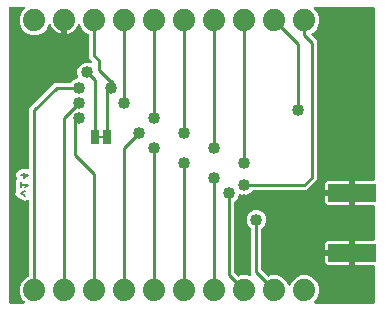
<source format=gbr>
G04 EAGLE Gerber RS-274X export*
G75*
%MOMM*%
%FSLAX34Y34*%
%LPD*%
%INBottom Copper*%
%IPPOS*%
%AMOC8*
5,1,8,0,0,1.08239X$1,22.5*%
G01*
%ADD10C,0.203200*%
%ADD11R,4.064000X1.524000*%
%ADD12C,1.879600*%
%ADD13R,0.635000X1.270000*%
%ADD14C,1.016000*%
%ADD15C,0.406400*%
%ADD16C,0.254000*%

G36*
X312284Y4080D02*
X312284Y4080D01*
X312403Y4087D01*
X312441Y4100D01*
X312482Y4105D01*
X312592Y4148D01*
X312705Y4185D01*
X312740Y4207D01*
X312777Y4222D01*
X312873Y4291D01*
X312974Y4355D01*
X313002Y4385D01*
X313035Y4408D01*
X313111Y4500D01*
X313192Y4587D01*
X313212Y4622D01*
X313237Y4653D01*
X313288Y4761D01*
X313346Y4865D01*
X313356Y4905D01*
X313373Y4941D01*
X313395Y5058D01*
X313425Y5173D01*
X313429Y5233D01*
X313433Y5253D01*
X313431Y5274D01*
X313435Y5334D01*
X313435Y35720D01*
X313420Y35838D01*
X313413Y35957D01*
X313400Y35995D01*
X313395Y36036D01*
X313352Y36146D01*
X313315Y36259D01*
X313293Y36294D01*
X313278Y36331D01*
X313209Y36427D01*
X313145Y36528D01*
X313115Y36556D01*
X313092Y36589D01*
X313000Y36665D01*
X312913Y36746D01*
X312878Y36766D01*
X312847Y36791D01*
X312739Y36842D01*
X312635Y36900D01*
X312595Y36910D01*
X312559Y36927D01*
X312442Y36949D01*
X312327Y36979D01*
X312267Y36983D01*
X312247Y36987D01*
X312226Y36985D01*
X312166Y36989D01*
X297179Y36989D01*
X297179Y45880D01*
X297164Y45998D01*
X297157Y46117D01*
X297144Y46155D01*
X297139Y46195D01*
X297095Y46306D01*
X297059Y46419D01*
X297037Y46454D01*
X297022Y46491D01*
X296952Y46587D01*
X296889Y46688D01*
X296859Y46716D01*
X296835Y46748D01*
X296744Y46824D01*
X296657Y46906D01*
X296622Y46925D01*
X296590Y46951D01*
X296483Y47002D01*
X296379Y47059D01*
X296339Y47070D01*
X296303Y47087D01*
X296186Y47109D01*
X296071Y47139D01*
X296010Y47143D01*
X295990Y47147D01*
X295970Y47145D01*
X295910Y47149D01*
X294639Y47149D01*
X294639Y47151D01*
X295910Y47151D01*
X296028Y47166D01*
X296147Y47173D01*
X296185Y47186D01*
X296225Y47191D01*
X296336Y47235D01*
X296449Y47271D01*
X296484Y47293D01*
X296521Y47308D01*
X296617Y47378D01*
X296718Y47441D01*
X296746Y47471D01*
X296778Y47495D01*
X296854Y47586D01*
X296936Y47673D01*
X296955Y47708D01*
X296981Y47740D01*
X297032Y47847D01*
X297089Y47951D01*
X297100Y47991D01*
X297117Y48027D01*
X297139Y48144D01*
X297169Y48259D01*
X297173Y48320D01*
X297177Y48340D01*
X297175Y48360D01*
X297179Y48420D01*
X297179Y57311D01*
X312166Y57311D01*
X312284Y57326D01*
X312403Y57333D01*
X312441Y57346D01*
X312482Y57351D01*
X312592Y57394D01*
X312705Y57431D01*
X312740Y57453D01*
X312777Y57468D01*
X312873Y57537D01*
X312974Y57601D01*
X313002Y57631D01*
X313035Y57654D01*
X313111Y57746D01*
X313192Y57833D01*
X313212Y57868D01*
X313237Y57899D01*
X313288Y58007D01*
X313346Y58111D01*
X313356Y58151D01*
X313373Y58187D01*
X313395Y58304D01*
X313425Y58419D01*
X313429Y58479D01*
X313433Y58499D01*
X313431Y58520D01*
X313435Y58580D01*
X313435Y86520D01*
X313420Y86638D01*
X313413Y86757D01*
X313400Y86795D01*
X313395Y86836D01*
X313352Y86946D01*
X313315Y87059D01*
X313293Y87094D01*
X313278Y87131D01*
X313209Y87227D01*
X313145Y87328D01*
X313115Y87356D01*
X313092Y87389D01*
X313000Y87465D01*
X312913Y87546D01*
X312878Y87566D01*
X312847Y87591D01*
X312739Y87642D01*
X312635Y87700D01*
X312595Y87710D01*
X312559Y87727D01*
X312442Y87749D01*
X312327Y87779D01*
X312267Y87783D01*
X312247Y87787D01*
X312226Y87785D01*
X312166Y87789D01*
X297179Y87789D01*
X297179Y96680D01*
X297164Y96798D01*
X297157Y96917D01*
X297144Y96955D01*
X297139Y96995D01*
X297095Y97106D01*
X297059Y97219D01*
X297037Y97254D01*
X297022Y97291D01*
X296952Y97387D01*
X296889Y97488D01*
X296859Y97516D01*
X296835Y97548D01*
X296744Y97624D01*
X296657Y97706D01*
X296622Y97725D01*
X296590Y97751D01*
X296483Y97802D01*
X296379Y97859D01*
X296339Y97870D01*
X296303Y97887D01*
X296186Y97909D01*
X296071Y97939D01*
X296010Y97943D01*
X295990Y97947D01*
X295970Y97945D01*
X295910Y97949D01*
X294639Y97949D01*
X294639Y97951D01*
X295910Y97951D01*
X296028Y97966D01*
X296147Y97973D01*
X296185Y97986D01*
X296225Y97991D01*
X296336Y98035D01*
X296449Y98071D01*
X296484Y98093D01*
X296521Y98108D01*
X296617Y98178D01*
X296718Y98241D01*
X296746Y98271D01*
X296778Y98295D01*
X296854Y98386D01*
X296936Y98473D01*
X296955Y98508D01*
X296981Y98540D01*
X297032Y98647D01*
X297089Y98751D01*
X297100Y98791D01*
X297117Y98827D01*
X297139Y98944D01*
X297169Y99059D01*
X297173Y99120D01*
X297177Y99140D01*
X297175Y99160D01*
X297176Y99177D01*
X297177Y99178D01*
X297177Y99179D01*
X297179Y99220D01*
X297179Y108111D01*
X312166Y108111D01*
X312284Y108126D01*
X312403Y108133D01*
X312441Y108146D01*
X312482Y108151D01*
X312592Y108194D01*
X312705Y108231D01*
X312740Y108253D01*
X312777Y108268D01*
X312873Y108337D01*
X312974Y108401D01*
X313002Y108431D01*
X313035Y108454D01*
X313111Y108546D01*
X313192Y108633D01*
X313212Y108668D01*
X313237Y108699D01*
X313288Y108807D01*
X313346Y108911D01*
X313356Y108951D01*
X313373Y108987D01*
X313395Y109104D01*
X313425Y109219D01*
X313429Y109279D01*
X313433Y109299D01*
X313431Y109320D01*
X313432Y109328D01*
X313433Y109332D01*
X313432Y109336D01*
X313435Y109380D01*
X313435Y254066D01*
X313420Y254184D01*
X313413Y254303D01*
X313400Y254341D01*
X313395Y254382D01*
X313352Y254492D01*
X313315Y254605D01*
X313293Y254640D01*
X313278Y254677D01*
X313209Y254773D01*
X313145Y254874D01*
X313115Y254902D01*
X313092Y254935D01*
X313000Y255011D01*
X312913Y255092D01*
X312878Y255112D01*
X312847Y255137D01*
X312739Y255188D01*
X312635Y255246D01*
X312595Y255256D01*
X312559Y255273D01*
X312442Y255295D01*
X312327Y255325D01*
X312267Y255329D01*
X312247Y255333D01*
X312226Y255331D01*
X312166Y255335D01*
X263331Y255335D01*
X263194Y255318D01*
X263055Y255305D01*
X263036Y255298D01*
X263016Y255295D01*
X262887Y255244D01*
X262756Y255197D01*
X262739Y255186D01*
X262720Y255178D01*
X262608Y255097D01*
X262493Y255019D01*
X262479Y255003D01*
X262463Y254992D01*
X262374Y254884D01*
X262282Y254780D01*
X262273Y254762D01*
X262260Y254747D01*
X262201Y254621D01*
X262137Y254497D01*
X262133Y254477D01*
X262124Y254459D01*
X262098Y254323D01*
X262068Y254187D01*
X262068Y254166D01*
X262065Y254147D01*
X262073Y254008D01*
X262077Y253869D01*
X262083Y253849D01*
X262084Y253829D01*
X262127Y253697D01*
X262166Y253563D01*
X262176Y253546D01*
X262182Y253527D01*
X262257Y253409D01*
X262327Y253289D01*
X262346Y253268D01*
X262353Y253258D01*
X262368Y253244D01*
X262434Y253169D01*
X264552Y251050D01*
X266447Y246476D01*
X266447Y241524D01*
X264552Y236950D01*
X261050Y233448D01*
X260620Y233270D01*
X260577Y233245D01*
X260530Y233228D01*
X260439Y233167D01*
X260344Y233112D01*
X260308Y233078D01*
X260267Y233050D01*
X260194Y232967D01*
X260115Y232891D01*
X260089Y232849D01*
X260056Y232811D01*
X260006Y232713D01*
X259949Y232620D01*
X259934Y232572D01*
X259912Y232528D01*
X259888Y232421D01*
X259855Y232316D01*
X259853Y232266D01*
X259842Y232218D01*
X259845Y232108D01*
X259840Y231998D01*
X259850Y231950D01*
X259852Y231900D01*
X259882Y231794D01*
X259904Y231687D01*
X259926Y231642D01*
X259940Y231594D01*
X259996Y231500D01*
X260044Y231401D01*
X260076Y231363D01*
X260102Y231320D01*
X260208Y231200D01*
X264669Y226739D01*
X264669Y108861D01*
X255789Y99981D01*
X210903Y99981D01*
X210805Y99969D01*
X210706Y99966D01*
X210647Y99949D01*
X210587Y99941D01*
X210495Y99905D01*
X210400Y99877D01*
X210348Y99847D01*
X210292Y99824D01*
X210212Y99766D01*
X210126Y99716D01*
X210051Y99650D01*
X210034Y99638D01*
X210026Y99628D01*
X210005Y99610D01*
X207805Y97409D01*
X204817Y96171D01*
X201583Y96171D01*
X200177Y96754D01*
X200062Y96785D01*
X199949Y96824D01*
X199909Y96827D01*
X199870Y96838D01*
X199751Y96840D01*
X199632Y96849D01*
X199592Y96842D01*
X199552Y96843D01*
X199436Y96815D01*
X199319Y96795D01*
X199282Y96778D01*
X199243Y96769D01*
X199138Y96713D01*
X199029Y96664D01*
X198997Y96639D01*
X198962Y96620D01*
X198874Y96540D01*
X198781Y96465D01*
X198756Y96433D01*
X198726Y96406D01*
X198661Y96307D01*
X198589Y96211D01*
X198563Y96157D01*
X198552Y96140D01*
X198545Y96121D01*
X198518Y96067D01*
X197391Y93345D01*
X195190Y91145D01*
X195130Y91066D01*
X195062Y90994D01*
X195033Y90941D01*
X194996Y90893D01*
X194956Y90802D01*
X194908Y90716D01*
X194893Y90657D01*
X194869Y90602D01*
X194854Y90504D01*
X194829Y90408D01*
X194823Y90308D01*
X194819Y90287D01*
X194821Y90275D01*
X194819Y90247D01*
X194819Y30415D01*
X194831Y30316D01*
X194834Y30217D01*
X194851Y30159D01*
X194859Y30099D01*
X194895Y30007D01*
X194923Y29912D01*
X194953Y29860D01*
X194976Y29803D01*
X195034Y29723D01*
X195084Y29638D01*
X195150Y29563D01*
X195162Y29546D01*
X195172Y29538D01*
X195190Y29517D01*
X197393Y27315D01*
X197416Y27297D01*
X197435Y27274D01*
X197541Y27200D01*
X197644Y27120D01*
X197671Y27108D01*
X197695Y27091D01*
X197817Y27045D01*
X197936Y26994D01*
X197965Y26989D01*
X197993Y26978D01*
X198122Y26964D01*
X198250Y26944D01*
X198279Y26947D01*
X198309Y26943D01*
X198437Y26961D01*
X198567Y26974D01*
X198594Y26984D01*
X198624Y26988D01*
X198776Y27040D01*
X200724Y27847D01*
X205676Y27847D01*
X207286Y27180D01*
X207334Y27166D01*
X207379Y27145D01*
X207487Y27125D01*
X207593Y27096D01*
X207643Y27095D01*
X207692Y27086D01*
X207801Y27092D01*
X207911Y27091D01*
X207959Y27102D01*
X208009Y27105D01*
X208113Y27139D01*
X208220Y27165D01*
X208264Y27188D01*
X208311Y27203D01*
X208404Y27262D01*
X208501Y27314D01*
X208538Y27347D01*
X208580Y27374D01*
X208655Y27454D01*
X208737Y27527D01*
X208764Y27569D01*
X208798Y27605D01*
X208851Y27701D01*
X208911Y27793D01*
X208928Y27840D01*
X208952Y27884D01*
X208979Y27990D01*
X209015Y28094D01*
X209019Y28144D01*
X209031Y28192D01*
X209041Y28352D01*
X209041Y67387D01*
X209029Y67485D01*
X209026Y67584D01*
X209009Y67643D01*
X209001Y67703D01*
X208965Y67795D01*
X208937Y67890D01*
X208907Y67942D01*
X208884Y67998D01*
X208826Y68078D01*
X208776Y68164D01*
X208710Y68239D01*
X208698Y68256D01*
X208688Y68264D01*
X208670Y68285D01*
X206469Y70485D01*
X205231Y73473D01*
X205231Y76707D01*
X206469Y79695D01*
X208755Y81981D01*
X211743Y83219D01*
X214977Y83219D01*
X217965Y81981D01*
X220251Y79695D01*
X221489Y76707D01*
X221489Y73473D01*
X220251Y70485D01*
X218050Y68285D01*
X217990Y68206D01*
X217922Y68134D01*
X217893Y68081D01*
X217856Y68033D01*
X217816Y67942D01*
X217768Y67856D01*
X217753Y67797D01*
X217729Y67742D01*
X217714Y67644D01*
X217689Y67548D01*
X217683Y67448D01*
X217679Y67427D01*
X217681Y67415D01*
X217679Y67387D01*
X217679Y32955D01*
X217691Y32856D01*
X217694Y32757D01*
X217711Y32699D01*
X217719Y32639D01*
X217755Y32547D01*
X217783Y32452D01*
X217813Y32400D01*
X217836Y32343D01*
X217894Y32263D01*
X217944Y32178D01*
X218010Y32103D01*
X218022Y32086D01*
X218032Y32078D01*
X218050Y32057D01*
X222793Y27315D01*
X222816Y27297D01*
X222835Y27274D01*
X222941Y27200D01*
X223044Y27120D01*
X223071Y27108D01*
X223095Y27091D01*
X223217Y27045D01*
X223336Y26994D01*
X223365Y26989D01*
X223393Y26978D01*
X223522Y26964D01*
X223650Y26944D01*
X223679Y26947D01*
X223709Y26943D01*
X223837Y26961D01*
X223967Y26974D01*
X223994Y26984D01*
X224024Y26988D01*
X224176Y27040D01*
X226124Y27847D01*
X231076Y27847D01*
X235650Y25952D01*
X239152Y22451D01*
X240127Y20095D01*
X240196Y19974D01*
X240261Y19852D01*
X240275Y19837D01*
X240285Y19819D01*
X240382Y19719D01*
X240475Y19616D01*
X240492Y19605D01*
X240506Y19591D01*
X240624Y19518D01*
X240741Y19442D01*
X240760Y19435D01*
X240777Y19424D01*
X240910Y19384D01*
X241042Y19338D01*
X241062Y19337D01*
X241081Y19331D01*
X241220Y19324D01*
X241359Y19313D01*
X241379Y19317D01*
X241399Y19316D01*
X241535Y19344D01*
X241672Y19368D01*
X241691Y19376D01*
X241710Y19380D01*
X241835Y19441D01*
X241962Y19498D01*
X241978Y19511D01*
X241996Y19520D01*
X242102Y19610D01*
X242210Y19697D01*
X242223Y19713D01*
X242238Y19726D01*
X242318Y19840D01*
X242402Y19951D01*
X242414Y19976D01*
X242421Y19986D01*
X242428Y20005D01*
X242473Y20095D01*
X243448Y22450D01*
X246950Y25952D01*
X251524Y27847D01*
X256476Y27847D01*
X261050Y25952D01*
X264552Y22450D01*
X266447Y17876D01*
X266447Y12924D01*
X264552Y8350D01*
X262434Y6231D01*
X262349Y6122D01*
X262260Y6015D01*
X262251Y5996D01*
X262239Y5980D01*
X262183Y5852D01*
X262124Y5727D01*
X262121Y5707D01*
X262113Y5688D01*
X262091Y5550D01*
X262065Y5414D01*
X262066Y5394D01*
X262063Y5374D01*
X262076Y5235D01*
X262084Y5097D01*
X262091Y5078D01*
X262092Y5058D01*
X262140Y4926D01*
X262182Y4795D01*
X262193Y4777D01*
X262200Y4758D01*
X262278Y4643D01*
X262353Y4526D01*
X262367Y4512D01*
X262379Y4495D01*
X262483Y4403D01*
X262584Y4308D01*
X262602Y4298D01*
X262617Y4285D01*
X262741Y4221D01*
X262863Y4154D01*
X262882Y4149D01*
X262900Y4140D01*
X263036Y4110D01*
X263171Y4075D01*
X263199Y4073D01*
X263211Y4070D01*
X263231Y4071D01*
X263331Y4065D01*
X312166Y4065D01*
X312284Y4080D01*
G37*
G36*
X16206Y4082D02*
X16206Y4082D01*
X16345Y4095D01*
X16364Y4102D01*
X16384Y4105D01*
X16513Y4156D01*
X16644Y4203D01*
X16661Y4214D01*
X16680Y4222D01*
X16792Y4303D01*
X16907Y4381D01*
X16921Y4397D01*
X16937Y4408D01*
X17026Y4516D01*
X17118Y4620D01*
X17127Y4638D01*
X17140Y4653D01*
X17199Y4779D01*
X17263Y4903D01*
X17267Y4923D01*
X17276Y4941D01*
X17302Y5077D01*
X17332Y5213D01*
X17332Y5234D01*
X17335Y5253D01*
X17327Y5392D01*
X17323Y5531D01*
X17317Y5551D01*
X17316Y5571D01*
X17273Y5703D01*
X17234Y5837D01*
X17224Y5854D01*
X17218Y5873D01*
X17143Y5991D01*
X17073Y6111D01*
X17054Y6132D01*
X17047Y6142D01*
X17032Y6156D01*
X16966Y6231D01*
X14848Y8350D01*
X12953Y12924D01*
X12953Y17876D01*
X14848Y22450D01*
X18350Y25952D01*
X20298Y26759D01*
X20323Y26773D01*
X20351Y26783D01*
X20461Y26852D01*
X20574Y26916D01*
X20595Y26937D01*
X20620Y26953D01*
X20709Y27047D01*
X20802Y27138D01*
X20818Y27163D01*
X20838Y27184D01*
X20901Y27298D01*
X20969Y27409D01*
X20977Y27437D01*
X20992Y27463D01*
X21024Y27589D01*
X21062Y27713D01*
X21064Y27742D01*
X21071Y27771D01*
X21081Y27931D01*
X21081Y90370D01*
X21081Y90374D01*
X21081Y90379D01*
X21061Y90530D01*
X21041Y90685D01*
X21040Y90689D01*
X21039Y90694D01*
X20981Y90838D01*
X20924Y90981D01*
X20922Y90984D01*
X20920Y90989D01*
X20828Y91114D01*
X20738Y91238D01*
X20734Y91241D01*
X20731Y91245D01*
X20612Y91342D01*
X20493Y91441D01*
X20488Y91443D01*
X20485Y91446D01*
X20344Y91511D01*
X20205Y91577D01*
X20200Y91577D01*
X20196Y91579D01*
X20045Y91607D01*
X19893Y91636D01*
X19888Y91636D01*
X19884Y91637D01*
X19728Y91626D01*
X19575Y91617D01*
X19571Y91615D01*
X19566Y91615D01*
X19411Y91574D01*
X17472Y90927D01*
X12237Y93545D01*
X12228Y93548D01*
X12220Y93553D01*
X12071Y93613D01*
X10816Y94032D01*
X10782Y94081D01*
X10699Y94206D01*
X10692Y94212D01*
X10687Y94220D01*
X10574Y94318D01*
X10462Y94418D01*
X10454Y94422D01*
X10447Y94428D01*
X10395Y94459D01*
X9980Y95705D01*
X9976Y95714D01*
X9974Y95723D01*
X9911Y95871D01*
X9319Y97054D01*
X9330Y97112D01*
X9360Y97260D01*
X9359Y97269D01*
X9361Y97278D01*
X9350Y97427D01*
X9342Y97578D01*
X9339Y97586D01*
X9339Y97595D01*
X9323Y97653D01*
X9911Y98828D01*
X9914Y98838D01*
X9919Y98846D01*
X9980Y98995D01*
X10180Y99596D01*
X10208Y99736D01*
X10239Y99876D01*
X10239Y99892D01*
X10242Y99907D01*
X10234Y100051D01*
X10230Y100194D01*
X10225Y100209D01*
X10224Y100225D01*
X10181Y100362D01*
X10141Y100500D01*
X10133Y100513D01*
X10129Y100528D01*
X10053Y100650D01*
X9980Y100774D01*
X9965Y100790D01*
X9960Y100798D01*
X9947Y100811D01*
X9873Y100894D01*
X9651Y101117D01*
X9651Y108551D01*
X10304Y109204D01*
X10377Y109298D01*
X10456Y109387D01*
X10474Y109423D01*
X10499Y109455D01*
X10546Y109564D01*
X10600Y109670D01*
X10609Y109710D01*
X10625Y109747D01*
X10644Y109865D01*
X10670Y109981D01*
X10669Y110021D01*
X10675Y110061D01*
X10664Y110180D01*
X10660Y110299D01*
X10649Y110337D01*
X10645Y110378D01*
X10605Y110490D01*
X10572Y110604D01*
X10551Y110639D01*
X10537Y110677D01*
X10471Y110775D01*
X10410Y110878D01*
X10370Y110923D01*
X10359Y110940D01*
X10344Y110954D01*
X10304Y110999D01*
X9651Y111651D01*
X9651Y115019D01*
X12032Y117400D01*
X13540Y117400D01*
X13638Y117412D01*
X13738Y117415D01*
X13796Y117432D01*
X13856Y117439D01*
X13948Y117476D01*
X14043Y117503D01*
X14095Y117534D01*
X14152Y117557D01*
X14232Y117615D01*
X14317Y117665D01*
X14392Y117731D01*
X14409Y117743D01*
X14417Y117753D01*
X14438Y117771D01*
X15083Y118417D01*
X18450Y118417D01*
X18915Y117952D01*
X19024Y117867D01*
X19131Y117778D01*
X19150Y117770D01*
X19166Y117757D01*
X19294Y117702D01*
X19419Y117643D01*
X19439Y117639D01*
X19458Y117631D01*
X19596Y117609D01*
X19732Y117583D01*
X19752Y117584D01*
X19772Y117581D01*
X19911Y117594D01*
X20049Y117603D01*
X20068Y117609D01*
X20088Y117611D01*
X20219Y117658D01*
X20351Y117701D01*
X20369Y117712D01*
X20388Y117719D01*
X20502Y117796D01*
X20620Y117871D01*
X20634Y117886D01*
X20651Y117897D01*
X20743Y118001D01*
X20838Y118103D01*
X20848Y118120D01*
X20861Y118136D01*
X20924Y118259D01*
X20992Y118381D01*
X20997Y118401D01*
X21006Y118419D01*
X21036Y118555D01*
X21071Y118689D01*
X21073Y118717D01*
X21076Y118729D01*
X21075Y118749D01*
X21081Y118850D01*
X21081Y169589D01*
X42661Y191169D01*
X55797Y191169D01*
X55895Y191181D01*
X55994Y191184D01*
X56053Y191201D01*
X56113Y191209D01*
X56205Y191245D01*
X56300Y191273D01*
X56352Y191303D01*
X56408Y191326D01*
X56488Y191384D01*
X56574Y191434D01*
X56649Y191500D01*
X56666Y191512D01*
X56674Y191522D01*
X56695Y191540D01*
X58895Y193741D01*
X61904Y194987D01*
X62007Y195046D01*
X62114Y195099D01*
X62145Y195125D01*
X62180Y195145D01*
X62266Y195228D01*
X62356Y195305D01*
X62380Y195338D01*
X62409Y195366D01*
X62471Y195468D01*
X62539Y195565D01*
X62554Y195603D01*
X62575Y195637D01*
X62610Y195751D01*
X62652Y195862D01*
X62657Y195903D01*
X62669Y195941D01*
X62674Y196060D01*
X62687Y196178D01*
X62682Y196219D01*
X62684Y196259D01*
X62660Y196375D01*
X62643Y196493D01*
X62624Y196550D01*
X62619Y196570D01*
X62610Y196589D01*
X62591Y196646D01*
X61871Y198383D01*
X61871Y201617D01*
X63109Y204605D01*
X65395Y206891D01*
X68383Y208129D01*
X71617Y208129D01*
X72801Y207638D01*
X72868Y207620D01*
X72932Y207592D01*
X73021Y207578D01*
X73107Y207554D01*
X73177Y207553D01*
X73246Y207542D01*
X73336Y207551D01*
X73425Y207549D01*
X73493Y207566D01*
X73563Y207572D01*
X73647Y207603D01*
X73735Y207624D01*
X73796Y207656D01*
X73862Y207680D01*
X73936Y207730D01*
X74016Y207772D01*
X74067Y207819D01*
X74125Y207858D01*
X74185Y207926D01*
X74251Y207986D01*
X74289Y208045D01*
X74336Y208097D01*
X74376Y208177D01*
X74426Y208252D01*
X74448Y208318D01*
X74480Y208380D01*
X74500Y208468D01*
X74529Y208553D01*
X74535Y208622D01*
X74550Y208690D01*
X74547Y208780D01*
X74554Y208870D01*
X74542Y208939D01*
X74540Y209008D01*
X74515Y209095D01*
X74500Y209183D01*
X74471Y209247D01*
X74452Y209314D01*
X74406Y209391D01*
X74369Y209473D01*
X74326Y209528D01*
X74290Y209588D01*
X74184Y209709D01*
X71881Y212011D01*
X71881Y231469D01*
X71878Y231498D01*
X71880Y231527D01*
X71858Y231655D01*
X71841Y231784D01*
X71831Y231811D01*
X71826Y231841D01*
X71772Y231959D01*
X71724Y232080D01*
X71707Y232104D01*
X71695Y232131D01*
X71614Y232232D01*
X71538Y232337D01*
X71515Y232356D01*
X71496Y232379D01*
X71393Y232457D01*
X71293Y232540D01*
X71266Y232553D01*
X71242Y232570D01*
X71098Y232641D01*
X69150Y233448D01*
X65648Y236950D01*
X64395Y239975D01*
X64380Y240001D01*
X64371Y240030D01*
X64302Y240139D01*
X64237Y240252D01*
X64216Y240273D01*
X64200Y240298D01*
X64106Y240387D01*
X64016Y240480D01*
X63990Y240496D01*
X63969Y240516D01*
X63855Y240579D01*
X63745Y240646D01*
X63716Y240655D01*
X63690Y240669D01*
X63564Y240702D01*
X63441Y240740D01*
X63411Y240741D01*
X63382Y240749D01*
X63252Y240749D01*
X63123Y240755D01*
X63094Y240749D01*
X63064Y240749D01*
X62938Y240717D01*
X62812Y240691D01*
X62785Y240678D01*
X62756Y240670D01*
X62642Y240608D01*
X62526Y240551D01*
X62503Y240532D01*
X62477Y240517D01*
X62382Y240429D01*
X62284Y240345D01*
X62267Y240320D01*
X62245Y240300D01*
X62176Y240191D01*
X62101Y240085D01*
X62090Y240057D01*
X62074Y240031D01*
X62015Y239882D01*
X61864Y239417D01*
X61011Y237743D01*
X59906Y236222D01*
X58578Y234894D01*
X57057Y233789D01*
X55383Y232936D01*
X53596Y232355D01*
X53339Y232315D01*
X53339Y242730D01*
X53324Y242848D01*
X53317Y242967D01*
X53304Y243005D01*
X53299Y243045D01*
X53256Y243156D01*
X53219Y243269D01*
X53197Y243303D01*
X53182Y243341D01*
X53112Y243437D01*
X53049Y243538D01*
X53019Y243566D01*
X52995Y243598D01*
X52904Y243674D01*
X52817Y243756D01*
X52782Y243775D01*
X52751Y243801D01*
X52643Y243852D01*
X52539Y243909D01*
X52499Y243920D01*
X52463Y243937D01*
X52346Y243959D01*
X52231Y243989D01*
X52170Y243993D01*
X52150Y243997D01*
X52130Y243995D01*
X52070Y243999D01*
X49530Y243999D01*
X49412Y243984D01*
X49293Y243977D01*
X49255Y243964D01*
X49214Y243959D01*
X49104Y243915D01*
X48991Y243879D01*
X48956Y243857D01*
X48919Y243842D01*
X48823Y243772D01*
X48722Y243709D01*
X48694Y243679D01*
X48661Y243655D01*
X48586Y243564D01*
X48504Y243477D01*
X48484Y243442D01*
X48459Y243410D01*
X48408Y243303D01*
X48350Y243198D01*
X48340Y243159D01*
X48323Y243123D01*
X48301Y243006D01*
X48271Y242891D01*
X48267Y242830D01*
X48263Y242810D01*
X48265Y242790D01*
X48261Y242730D01*
X48261Y232315D01*
X48004Y232355D01*
X46217Y232936D01*
X44543Y233789D01*
X43022Y234894D01*
X41694Y236222D01*
X40589Y237743D01*
X39736Y239417D01*
X39585Y239882D01*
X39572Y239909D01*
X39565Y239938D01*
X39505Y240053D01*
X39450Y240170D01*
X39431Y240193D01*
X39417Y240219D01*
X39329Y240315D01*
X39247Y240415D01*
X39223Y240432D01*
X39203Y240454D01*
X39094Y240526D01*
X38990Y240602D01*
X38962Y240613D01*
X38937Y240629D01*
X38814Y240671D01*
X38694Y240719D01*
X38664Y240723D01*
X38636Y240732D01*
X38507Y240743D01*
X38379Y240759D01*
X38349Y240755D01*
X38319Y240758D01*
X38191Y240735D01*
X38063Y240719D01*
X38035Y240708D01*
X38006Y240703D01*
X37888Y240650D01*
X37767Y240602D01*
X37743Y240585D01*
X37716Y240573D01*
X37615Y240492D01*
X37510Y240416D01*
X37491Y240393D01*
X37467Y240374D01*
X37390Y240271D01*
X37307Y240171D01*
X37294Y240144D01*
X37276Y240120D01*
X37205Y239975D01*
X35952Y236950D01*
X32450Y233448D01*
X27876Y231553D01*
X22924Y231553D01*
X18350Y233448D01*
X14848Y236950D01*
X12953Y241524D01*
X12953Y246476D01*
X14848Y251050D01*
X16966Y253169D01*
X17051Y253278D01*
X17140Y253385D01*
X17149Y253404D01*
X17161Y253420D01*
X17217Y253548D01*
X17276Y253673D01*
X17279Y253693D01*
X17287Y253712D01*
X17309Y253850D01*
X17335Y253986D01*
X17334Y254006D01*
X17337Y254026D01*
X17324Y254165D01*
X17316Y254303D01*
X17309Y254322D01*
X17308Y254342D01*
X17260Y254474D01*
X17218Y254605D01*
X17207Y254623D01*
X17200Y254642D01*
X17122Y254757D01*
X17047Y254874D01*
X17033Y254888D01*
X17021Y254905D01*
X16917Y254997D01*
X16816Y255092D01*
X16798Y255102D01*
X16783Y255115D01*
X16659Y255179D01*
X16537Y255246D01*
X16518Y255251D01*
X16500Y255260D01*
X16364Y255290D01*
X16229Y255325D01*
X16201Y255327D01*
X16189Y255330D01*
X16169Y255329D01*
X16069Y255335D01*
X5334Y255335D01*
X5216Y255320D01*
X5097Y255313D01*
X5059Y255300D01*
X5018Y255295D01*
X4908Y255252D01*
X4795Y255215D01*
X4760Y255193D01*
X4723Y255178D01*
X4627Y255109D01*
X4526Y255045D01*
X4498Y255015D01*
X4465Y254992D01*
X4389Y254900D01*
X4308Y254813D01*
X4288Y254778D01*
X4263Y254747D01*
X4212Y254639D01*
X4154Y254535D01*
X4144Y254495D01*
X4127Y254459D01*
X4105Y254342D01*
X4075Y254227D01*
X4071Y254167D01*
X4067Y254147D01*
X4069Y254126D01*
X4065Y254066D01*
X4065Y5334D01*
X4080Y5216D01*
X4087Y5097D01*
X4100Y5059D01*
X4105Y5018D01*
X4148Y4908D01*
X4185Y4795D01*
X4207Y4760D01*
X4222Y4723D01*
X4291Y4627D01*
X4355Y4526D01*
X4385Y4498D01*
X4408Y4465D01*
X4500Y4389D01*
X4587Y4308D01*
X4622Y4288D01*
X4653Y4263D01*
X4761Y4212D01*
X4865Y4154D01*
X4905Y4144D01*
X4941Y4127D01*
X5058Y4105D01*
X5173Y4075D01*
X5233Y4071D01*
X5253Y4067D01*
X5274Y4069D01*
X5334Y4065D01*
X16069Y4065D01*
X16206Y4082D01*
G37*
%LPC*%
G36*
X271779Y100489D02*
X271779Y100489D01*
X271779Y105904D01*
X271952Y106551D01*
X272287Y107130D01*
X272760Y107603D01*
X273339Y107938D01*
X273986Y108111D01*
X292101Y108111D01*
X292101Y100489D01*
X271779Y100489D01*
G37*
%LPD*%
%LPC*%
G36*
X271779Y49689D02*
X271779Y49689D01*
X271779Y55104D01*
X271952Y55751D01*
X272287Y56330D01*
X272760Y56803D01*
X273339Y57138D01*
X273986Y57311D01*
X292101Y57311D01*
X292101Y49689D01*
X271779Y49689D01*
G37*
%LPD*%
%LPC*%
G36*
X273986Y87789D02*
X273986Y87789D01*
X273339Y87962D01*
X272760Y88297D01*
X272287Y88770D01*
X271952Y89349D01*
X271779Y89996D01*
X271779Y95411D01*
X292101Y95411D01*
X292101Y87789D01*
X273986Y87789D01*
G37*
%LPD*%
%LPC*%
G36*
X273986Y36989D02*
X273986Y36989D01*
X273339Y37162D01*
X272760Y37497D01*
X272287Y37970D01*
X271952Y38549D01*
X271779Y39196D01*
X271779Y44611D01*
X292101Y44611D01*
X292101Y36989D01*
X273986Y36989D01*
G37*
%LPD*%
D10*
X17783Y95316D02*
X13716Y97350D01*
X17783Y99383D01*
X17783Y102800D02*
X19817Y104834D01*
X13716Y104834D01*
X13716Y102800D02*
X13716Y106868D01*
X13716Y113335D02*
X19817Y113335D01*
X16767Y110284D01*
X16767Y114352D01*
D11*
X294640Y97950D03*
X294640Y47150D03*
D12*
X254000Y244000D03*
X228600Y244000D03*
X203200Y244000D03*
X177800Y244000D03*
X152400Y244000D03*
X127000Y244000D03*
X101600Y244000D03*
X76200Y244000D03*
X50800Y244000D03*
X25400Y244000D03*
X25400Y15400D03*
X50800Y15400D03*
X76200Y15400D03*
X101600Y15400D03*
X127000Y15400D03*
X152400Y15400D03*
X177800Y15400D03*
X203200Y15400D03*
X228600Y15400D03*
X254000Y15400D03*
D10*
X85710Y145100D02*
X78090Y145100D01*
D13*
X86980Y145100D03*
X76820Y145100D03*
D14*
X203200Y91600D03*
X203200Y61120D03*
X292100Y28100D03*
X292100Y117000D03*
X279400Y117000D03*
X279400Y28100D03*
X12700Y40800D03*
X12700Y66200D03*
X292100Y218600D03*
X292100Y193200D03*
D15*
X90170Y191930D02*
X90170Y186850D01*
D14*
X90170Y186850D03*
D16*
X86980Y183660D02*
X86980Y145100D01*
X86980Y183660D02*
X90170Y186850D01*
X76200Y213800D02*
X76200Y244000D01*
X76200Y213800D02*
X80000Y210000D01*
X80000Y202100D01*
X90170Y191930D01*
X203200Y104300D02*
X254000Y104300D01*
X260350Y110650D01*
X260350Y224950D01*
X254000Y231300D01*
X254000Y244000D01*
D14*
X203200Y104300D03*
D16*
X248920Y167800D02*
X248920Y223680D01*
X228600Y244000D01*
D14*
X248920Y167800D03*
D16*
X203200Y123350D02*
X203200Y244000D01*
D14*
X203200Y123350D03*
D16*
X177800Y136050D02*
X177800Y244000D01*
D14*
X177800Y136050D03*
D16*
X152400Y148750D02*
X152400Y244000D01*
D14*
X152400Y148750D03*
D16*
X127000Y161450D02*
X127000Y244000D01*
D14*
X127000Y161450D03*
D16*
X213360Y75090D02*
X213360Y30640D01*
X228600Y15400D01*
D14*
X213360Y75090D03*
D16*
X190500Y97950D02*
X190500Y28100D01*
X203200Y15400D01*
D14*
X190500Y97950D03*
D16*
X177800Y110650D02*
X177800Y15400D01*
D14*
X177800Y110650D03*
D16*
X152400Y123350D02*
X152400Y15400D01*
D14*
X152400Y123350D03*
D16*
X127000Y136050D02*
X127000Y15400D01*
D14*
X127000Y136050D03*
X114300Y148750D03*
D16*
X101600Y136050D02*
X101600Y15400D01*
X101600Y136050D02*
X114300Y148750D01*
D14*
X63500Y161450D03*
D16*
X76200Y113800D02*
X76200Y15400D01*
X76200Y113800D02*
X60000Y130000D01*
X60000Y157950D01*
X63500Y161450D01*
X50800Y161450D02*
X50800Y15400D01*
D14*
X63500Y174150D03*
D16*
X50800Y161450D01*
X25400Y167800D02*
X25400Y15400D01*
X25400Y167800D02*
X44450Y186850D01*
X63500Y186850D01*
D14*
X63500Y186850D03*
D16*
X76820Y193180D02*
X76820Y145100D01*
X76820Y193180D02*
X70000Y200000D01*
D14*
X70000Y200000D03*
D16*
X101600Y174150D02*
X101600Y244000D01*
D14*
X101600Y174150D03*
M02*

</source>
